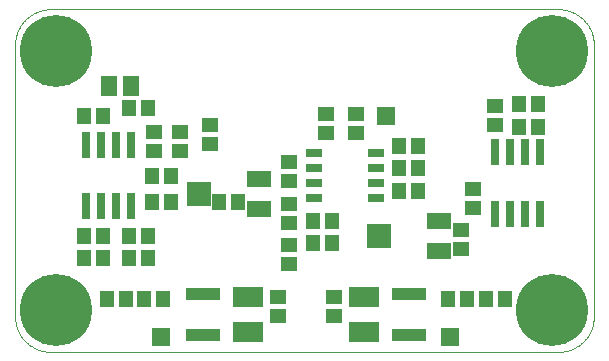
<source format=gts>
G75*
%MOIN*%
%OFA0B0*%
%FSLAX25Y25*%
%IPPOS*%
%LPD*%
%AMOC8*
5,1,8,0,0,1.08239X$1,22.5*
%
%ADD10C,0.00394*%
%ADD11R,0.02762X0.09061*%
%ADD12R,0.04731X0.05518*%
%ADD13R,0.09849X0.06699*%
%ADD14R,0.07880X0.05597*%
%ADD15R,0.08274X0.08274*%
%ADD16R,0.05518X0.02762*%
%ADD17R,0.05518X0.04731*%
%ADD18R,0.05518X0.06699*%
%ADD19R,0.11424X0.03943*%
%ADD20C,0.24022*%
%ADD21R,0.06306X0.06306*%
D10*
X0032280Y0024681D02*
X0201572Y0024681D01*
X0201857Y0024684D01*
X0202143Y0024695D01*
X0202428Y0024712D01*
X0202712Y0024736D01*
X0202996Y0024767D01*
X0203279Y0024805D01*
X0203560Y0024850D01*
X0203841Y0024901D01*
X0204121Y0024959D01*
X0204399Y0025024D01*
X0204675Y0025096D01*
X0204949Y0025174D01*
X0205222Y0025259D01*
X0205492Y0025351D01*
X0205760Y0025449D01*
X0206026Y0025553D01*
X0206289Y0025664D01*
X0206549Y0025781D01*
X0206807Y0025904D01*
X0207061Y0026034D01*
X0207312Y0026170D01*
X0207560Y0026311D01*
X0207804Y0026459D01*
X0208045Y0026612D01*
X0208281Y0026772D01*
X0208514Y0026937D01*
X0208743Y0027107D01*
X0208968Y0027283D01*
X0209188Y0027465D01*
X0209404Y0027651D01*
X0209615Y0027843D01*
X0209822Y0028040D01*
X0210024Y0028242D01*
X0210221Y0028449D01*
X0210413Y0028660D01*
X0210599Y0028876D01*
X0210781Y0029096D01*
X0210957Y0029321D01*
X0211127Y0029550D01*
X0211292Y0029783D01*
X0211452Y0030019D01*
X0211605Y0030260D01*
X0211753Y0030504D01*
X0211894Y0030752D01*
X0212030Y0031003D01*
X0212160Y0031257D01*
X0212283Y0031515D01*
X0212400Y0031775D01*
X0212511Y0032038D01*
X0212615Y0032304D01*
X0212713Y0032572D01*
X0212805Y0032842D01*
X0212890Y0033115D01*
X0212968Y0033389D01*
X0213040Y0033665D01*
X0213105Y0033943D01*
X0213163Y0034223D01*
X0213214Y0034504D01*
X0213259Y0034785D01*
X0213297Y0035068D01*
X0213328Y0035352D01*
X0213352Y0035636D01*
X0213369Y0035921D01*
X0213380Y0036207D01*
X0213383Y0036492D01*
X0213383Y0127043D01*
X0213380Y0127328D01*
X0213369Y0127614D01*
X0213352Y0127899D01*
X0213328Y0128183D01*
X0213297Y0128467D01*
X0213259Y0128750D01*
X0213214Y0129031D01*
X0213163Y0129312D01*
X0213105Y0129592D01*
X0213040Y0129870D01*
X0212968Y0130146D01*
X0212890Y0130420D01*
X0212805Y0130693D01*
X0212713Y0130963D01*
X0212615Y0131231D01*
X0212511Y0131497D01*
X0212400Y0131760D01*
X0212283Y0132020D01*
X0212160Y0132278D01*
X0212030Y0132532D01*
X0211894Y0132783D01*
X0211753Y0133031D01*
X0211605Y0133275D01*
X0211452Y0133516D01*
X0211292Y0133752D01*
X0211127Y0133985D01*
X0210957Y0134214D01*
X0210781Y0134439D01*
X0210599Y0134659D01*
X0210413Y0134875D01*
X0210221Y0135086D01*
X0210024Y0135293D01*
X0209822Y0135495D01*
X0209615Y0135692D01*
X0209404Y0135884D01*
X0209188Y0136070D01*
X0208968Y0136252D01*
X0208743Y0136428D01*
X0208514Y0136598D01*
X0208281Y0136763D01*
X0208045Y0136923D01*
X0207804Y0137076D01*
X0207560Y0137224D01*
X0207312Y0137365D01*
X0207061Y0137501D01*
X0206807Y0137631D01*
X0206549Y0137754D01*
X0206289Y0137871D01*
X0206026Y0137982D01*
X0205760Y0138086D01*
X0205492Y0138184D01*
X0205222Y0138276D01*
X0204949Y0138361D01*
X0204675Y0138439D01*
X0204399Y0138511D01*
X0204121Y0138576D01*
X0203841Y0138634D01*
X0203560Y0138685D01*
X0203279Y0138730D01*
X0202996Y0138768D01*
X0202712Y0138799D01*
X0202428Y0138823D01*
X0202143Y0138840D01*
X0201857Y0138851D01*
X0201572Y0138854D01*
X0032280Y0138854D01*
X0031995Y0138851D01*
X0031709Y0138840D01*
X0031424Y0138823D01*
X0031140Y0138799D01*
X0030856Y0138768D01*
X0030573Y0138730D01*
X0030292Y0138685D01*
X0030011Y0138634D01*
X0029731Y0138576D01*
X0029453Y0138511D01*
X0029177Y0138439D01*
X0028903Y0138361D01*
X0028630Y0138276D01*
X0028360Y0138184D01*
X0028092Y0138086D01*
X0027826Y0137982D01*
X0027563Y0137871D01*
X0027303Y0137754D01*
X0027045Y0137631D01*
X0026791Y0137501D01*
X0026540Y0137365D01*
X0026292Y0137224D01*
X0026048Y0137076D01*
X0025807Y0136923D01*
X0025571Y0136763D01*
X0025338Y0136598D01*
X0025109Y0136428D01*
X0024884Y0136252D01*
X0024664Y0136070D01*
X0024448Y0135884D01*
X0024237Y0135692D01*
X0024030Y0135495D01*
X0023828Y0135293D01*
X0023631Y0135086D01*
X0023439Y0134875D01*
X0023253Y0134659D01*
X0023071Y0134439D01*
X0022895Y0134214D01*
X0022725Y0133985D01*
X0022560Y0133752D01*
X0022400Y0133516D01*
X0022247Y0133275D01*
X0022099Y0133031D01*
X0021958Y0132783D01*
X0021822Y0132532D01*
X0021692Y0132278D01*
X0021569Y0132020D01*
X0021452Y0131760D01*
X0021341Y0131497D01*
X0021237Y0131231D01*
X0021139Y0130963D01*
X0021047Y0130693D01*
X0020962Y0130420D01*
X0020884Y0130146D01*
X0020812Y0129870D01*
X0020747Y0129592D01*
X0020689Y0129312D01*
X0020638Y0129031D01*
X0020593Y0128750D01*
X0020555Y0128467D01*
X0020524Y0128183D01*
X0020500Y0127899D01*
X0020483Y0127614D01*
X0020472Y0127328D01*
X0020469Y0127043D01*
X0020469Y0036492D01*
X0020472Y0036207D01*
X0020483Y0035921D01*
X0020500Y0035636D01*
X0020524Y0035352D01*
X0020555Y0035068D01*
X0020593Y0034785D01*
X0020638Y0034504D01*
X0020689Y0034223D01*
X0020747Y0033943D01*
X0020812Y0033665D01*
X0020884Y0033389D01*
X0020962Y0033115D01*
X0021047Y0032842D01*
X0021139Y0032572D01*
X0021237Y0032304D01*
X0021341Y0032038D01*
X0021452Y0031775D01*
X0021569Y0031515D01*
X0021692Y0031257D01*
X0021822Y0031003D01*
X0021958Y0030752D01*
X0022099Y0030504D01*
X0022247Y0030260D01*
X0022400Y0030019D01*
X0022560Y0029783D01*
X0022725Y0029550D01*
X0022895Y0029321D01*
X0023071Y0029096D01*
X0023253Y0028876D01*
X0023439Y0028660D01*
X0023631Y0028449D01*
X0023828Y0028242D01*
X0024030Y0028040D01*
X0024237Y0027843D01*
X0024448Y0027651D01*
X0024664Y0027465D01*
X0024884Y0027283D01*
X0025109Y0027107D01*
X0025338Y0026937D01*
X0025571Y0026772D01*
X0025807Y0026612D01*
X0026048Y0026459D01*
X0026292Y0026311D01*
X0026540Y0026170D01*
X0026791Y0026034D01*
X0027045Y0025904D01*
X0027303Y0025781D01*
X0027563Y0025664D01*
X0027826Y0025553D01*
X0028092Y0025449D01*
X0028360Y0025351D01*
X0028630Y0025259D01*
X0028903Y0025174D01*
X0029177Y0025096D01*
X0029453Y0025024D01*
X0029731Y0024959D01*
X0030011Y0024901D01*
X0030292Y0024850D01*
X0030573Y0024805D01*
X0030856Y0024767D01*
X0031140Y0024736D01*
X0031424Y0024712D01*
X0031709Y0024695D01*
X0031995Y0024684D01*
X0032280Y0024681D01*
D11*
X0044219Y0073195D03*
X0049219Y0073195D03*
X0054219Y0073195D03*
X0059219Y0073195D03*
X0059219Y0093667D03*
X0054219Y0093667D03*
X0049219Y0093667D03*
X0044219Y0093667D03*
X0180469Y0091167D03*
X0185469Y0091167D03*
X0190469Y0091167D03*
X0195469Y0091167D03*
X0195469Y0070695D03*
X0190469Y0070695D03*
X0185469Y0070695D03*
X0180469Y0070695D03*
D12*
X0154869Y0078431D03*
X0148570Y0078431D03*
X0148570Y0085931D03*
X0154869Y0085931D03*
X0154869Y0093431D03*
X0148570Y0093431D03*
X0126119Y0068431D03*
X0119820Y0068431D03*
X0119820Y0060931D03*
X0126119Y0060931D03*
X0094869Y0074681D03*
X0088570Y0074681D03*
X0072369Y0074681D03*
X0066070Y0074681D03*
X0066070Y0083431D03*
X0072369Y0083431D03*
X0049869Y0103431D03*
X0043570Y0103431D03*
X0058570Y0105931D03*
X0064869Y0105931D03*
X0064869Y0063431D03*
X0058570Y0063431D03*
X0058570Y0055931D03*
X0064869Y0055931D03*
X0049869Y0055931D03*
X0043570Y0055931D03*
X0043570Y0063431D03*
X0049869Y0063431D03*
X0051070Y0042181D03*
X0057369Y0042181D03*
X0063570Y0042181D03*
X0069869Y0042181D03*
X0164820Y0042181D03*
X0171119Y0042181D03*
X0177320Y0042181D03*
X0183619Y0042181D03*
X0188570Y0099681D03*
X0194869Y0099681D03*
X0194869Y0107181D03*
X0188570Y0107181D03*
D13*
X0136719Y0043087D03*
X0136719Y0031276D03*
X0097969Y0031276D03*
X0097969Y0043087D03*
D14*
X0101719Y0072181D03*
X0101719Y0082181D03*
X0161719Y0068431D03*
X0161719Y0058431D03*
D15*
X0141719Y0063431D03*
X0081719Y0077181D03*
D16*
X0120036Y0075931D03*
X0120036Y0080931D03*
X0120036Y0085931D03*
X0120036Y0090931D03*
X0140902Y0090931D03*
X0140902Y0085931D03*
X0140902Y0080931D03*
X0140902Y0075931D03*
D17*
X0169219Y0065331D03*
X0169219Y0059031D03*
X0172969Y0072781D03*
X0172969Y0079081D03*
X0180469Y0100281D03*
X0180469Y0106581D03*
X0134219Y0104081D03*
X0134219Y0097781D03*
X0124219Y0097781D03*
X0124219Y0104081D03*
X0111719Y0087831D03*
X0111719Y0081531D03*
X0111719Y0074081D03*
X0111719Y0067781D03*
X0111719Y0060331D03*
X0111719Y0054031D03*
X0107969Y0042831D03*
X0107969Y0036531D03*
X0126719Y0036531D03*
X0126719Y0042831D03*
X0075469Y0091531D03*
X0075469Y0097831D03*
X0066719Y0097831D03*
X0066719Y0091531D03*
X0085469Y0094031D03*
X0085469Y0100331D03*
D18*
X0059209Y0113431D03*
X0051729Y0113431D03*
D19*
X0082969Y0044071D03*
X0082969Y0030291D03*
X0151719Y0030291D03*
X0151719Y0044071D03*
D20*
X0199603Y0038461D03*
X0199603Y0125075D03*
X0034249Y0125075D03*
X0034249Y0038461D03*
D21*
X0069219Y0029681D03*
X0165469Y0029681D03*
X0144219Y0103431D03*
M02*

</source>
